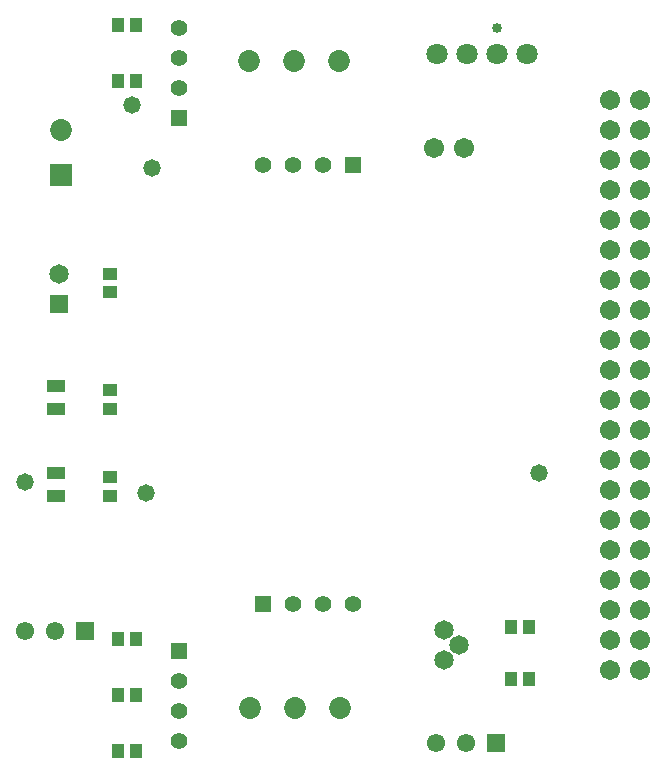
<source format=gts>
G04*
G04 #@! TF.GenerationSoftware,Altium Limited,Altium Designer,20.2.3 (150)*
G04*
G04 Layer_Color=8388736*
%FSLAX25Y25*%
%MOIN*%
G70*
G04*
G04 #@! TF.SameCoordinates,F15F1335-3D0F-4216-8B18-0C41FCBFB515*
G04*
G04*
G04 #@! TF.FilePolarity,Negative*
G04*
G01*
G75*
%ADD18R,0.04343X0.04540*%
%ADD19R,0.04540X0.04343*%
%ADD20R,0.04737X0.04343*%
%ADD21R,0.06312X0.04343*%
%ADD22C,0.06493*%
%ADD23R,0.06493X0.06493*%
%ADD24C,0.05524*%
%ADD25R,0.05524X0.05524*%
%ADD26R,0.05524X0.05524*%
%ADD27C,0.07296*%
%ADD28C,0.06115*%
%ADD29R,0.06115X0.06115*%
%ADD30C,0.06741*%
%ADD31C,0.03359*%
%ADD32C,0.07119*%
%ADD33C,0.06709*%
%ADD34R,0.07296X0.07296*%
%ADD35C,0.06469*%
%ADD36C,0.05800*%
D18*
X40094Y287000D02*
D03*
X46000D02*
D03*
X40094Y268500D02*
D03*
X46000D02*
D03*
Y45235D02*
D03*
X40094D02*
D03*
Y82500D02*
D03*
X46000D02*
D03*
Y63867D02*
D03*
X40094D02*
D03*
X176906Y69000D02*
D03*
X171000D02*
D03*
Y86500D02*
D03*
X176906D02*
D03*
D19*
X37402Y204000D02*
D03*
Y198094D02*
D03*
D20*
X37500Y159180D02*
D03*
Y165480D02*
D03*
Y130260D02*
D03*
Y136559D02*
D03*
D21*
X19500Y159180D02*
D03*
Y166661D02*
D03*
Y130260D02*
D03*
Y137740D02*
D03*
D22*
X20366Y204000D02*
D03*
D23*
Y194000D02*
D03*
D24*
X88252Y240500D02*
D03*
X98252D02*
D03*
X108252D02*
D03*
X60500Y266142D02*
D03*
Y276142D02*
D03*
Y286142D02*
D03*
Y68358D02*
D03*
Y58358D02*
D03*
Y48358D02*
D03*
X118252Y94000D02*
D03*
X108252D02*
D03*
X98252D02*
D03*
D25*
X118252Y240500D02*
D03*
X88252Y94000D02*
D03*
D26*
X60500Y256142D02*
D03*
Y78358D02*
D03*
D27*
X84000Y59500D02*
D03*
X99000D02*
D03*
X114000D02*
D03*
X83803Y275000D02*
D03*
X98803D02*
D03*
X113803D02*
D03*
X21000Y252000D02*
D03*
D28*
X9059Y85226D02*
D03*
X19059D02*
D03*
X156000Y47961D02*
D03*
X146000D02*
D03*
D29*
X29059Y85226D02*
D03*
X166000Y47961D02*
D03*
D30*
X214000Y262000D02*
D03*
Y252000D02*
D03*
Y242000D02*
D03*
Y232000D02*
D03*
Y222000D02*
D03*
Y212000D02*
D03*
Y202000D02*
D03*
Y192000D02*
D03*
Y182000D02*
D03*
Y172000D02*
D03*
Y162000D02*
D03*
Y152000D02*
D03*
Y142000D02*
D03*
Y132000D02*
D03*
Y122000D02*
D03*
Y112000D02*
D03*
Y102000D02*
D03*
Y92000D02*
D03*
Y82000D02*
D03*
Y72000D02*
D03*
X204000Y262000D02*
D03*
Y252000D02*
D03*
Y242000D02*
D03*
Y232000D02*
D03*
Y222000D02*
D03*
Y212000D02*
D03*
Y202000D02*
D03*
Y192000D02*
D03*
Y182000D02*
D03*
Y172000D02*
D03*
Y162000D02*
D03*
Y152000D02*
D03*
Y142000D02*
D03*
Y132000D02*
D03*
Y122000D02*
D03*
Y112000D02*
D03*
Y102000D02*
D03*
Y92000D02*
D03*
Y82000D02*
D03*
Y72000D02*
D03*
D31*
X166500Y286004D02*
D03*
D32*
X176500Y277500D02*
D03*
X166500D02*
D03*
X156500D02*
D03*
X146500D02*
D03*
D33*
X145500Y246000D02*
D03*
X155500D02*
D03*
D34*
X21000Y237000D02*
D03*
D35*
X148650Y85500D02*
D03*
X153650Y80500D02*
D03*
X148650Y75500D02*
D03*
D36*
X9000Y134700D02*
D03*
X51400Y239500D02*
D03*
X180400Y137900D02*
D03*
X44700Y260500D02*
D03*
X49400Y131300D02*
D03*
M02*

</source>
